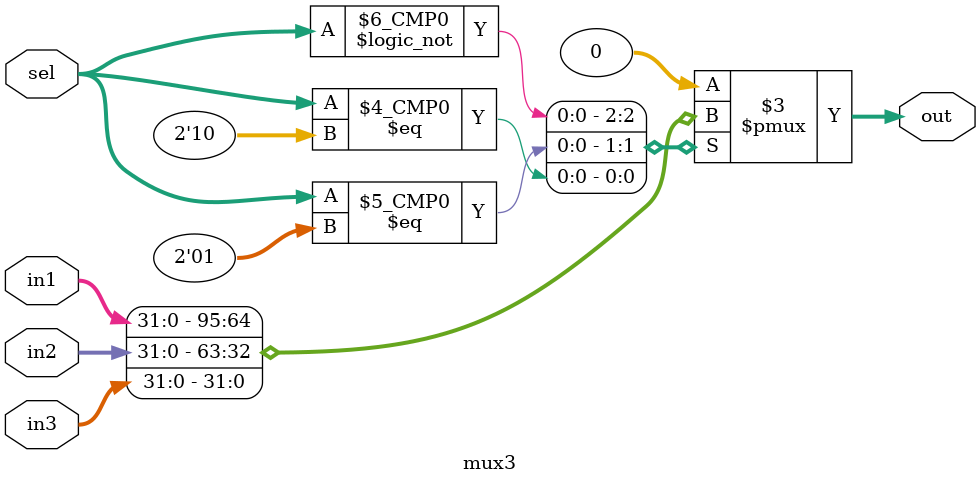
<source format=v>
`timescale 1ns / 1ps


module mux3 #(parameter DATA_WIDTH = 32)(
    input [DATA_WIDTH-1:0] in1,in2,in3,
    input [1:0] sel,
    output reg [DATA_WIDTH-1:0] out
    );

always@(*) begin
    case(sel)
        2'b00: out = in1;
        2'b01: out = in2;
        2'b10: out = in3;
        default: out = 32'd0;
    endcase

end
endmodule

</source>
